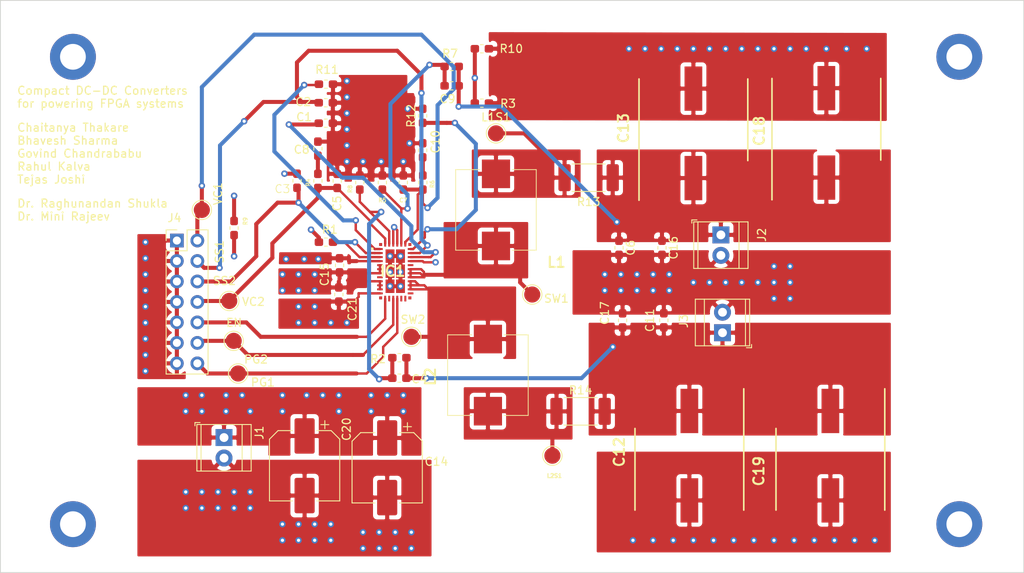
<source format=kicad_pcb>
(kicad_pcb (version 20171130) (host pcbnew "(5.1.6)-1")
  (layers (0 F.Cu signal) (1 In1.Cu mixed) (2 In2.Cu power hide) (31 B.Cu signal) (35 F.Paste user) (37 F.SilkS user) (39 F.Mask user) (44 Edge.Cuts user))
  (net 0 "")
  (net 1 "Net-(IC1-Pad8)")
  (net 2 "Net-(IC1-Pad14)")
  (net 3 "Net-(IC1-Pad15)")
  (net 4 "Net-(IC1-Pad16)")
  (net 5 "Net-(IC1-Pad17)")
  (net 6 "Net-(IC1-Pad18)")
  (net 7 "Net-(IC1-Pad19)")
  (net 8 "Net-(IC1-Pad26)")
  (net 9 GND)
  (net 10 "Net-(IC1-PadMP1)")
  (net 11 "Net-(IC1-PadMP2)")
  (net 12 "Net-(IC1-PadMP3)")
  (net 13 "Net-(IC1-PadMP4)")
  (net 14 /VCC)
  (net 15 /SS1)
  (net 16 /SS2)
  (net 17 /FB2)
  (net 18 /VO2)
  (net 19 /VC2)
  (net 20 /VO1)
  (net 21 /VC1)
  (net 22 "Net-(C8-Pad1)")
  (net 23 /FB1)
  (net 24 "Net-(C10-Pad1)")
  (net 25 /RT)
  (net 26 /Vin1)
  (net 27 /SW2)
  (net 28 /SW1)
  (net 29 GND2)
  (net 30 "Net-(IC1-Pad13)")
  (net 31 "Net-(IC1-Pad1)")
  (net 32 "Net-(IC1-Pad30)")
  (net 33 "Net-(L1-Pad2)")
  (net 34 "Net-(L2-Pad2)")
  (module MountingHole:MountingHole_3.2mm_M3_ISO7380_Pad (layer F.Cu) (at 220 141)
    (fp_text reference REF** hide)
    (fp_text value MountingHole_3.2mm_M3_ISO7380_Pad)
    (pad 1 thru_hole circle (at 0 0) (size 5.7 5.7) (drill 3.2) (layers *.Cu *.Mask))
  )
  (module MountingHole:MountingHole_3.2mm_M3_ISO7380_Pad (layer F.Cu) (at 110 141)
    (fp_text reference REF** hide)
    (fp_text value MountingHole_3.2mm_M3_ISO7380_Pad)
    (pad 1 thru_hole circle (at 0 0) (size 5.7 5.7) (drill 3.2) (layers *.Cu *.Mask))
  )
  (module MountingHole:MountingHole_3.2mm_M3_ISO7380_Pad (layer F.Cu) (at 110 83)
    (fp_text reference REF** hide)
    (fp_text value MountingHole_3.2mm_M3_ISO7380_Pad)
    (pad 1 thru_hole circle (at 0 0) (size 5.7 5.7) (drill 3.2) (layers *.Cu *.Mask))
  )
  (module MountingHole:MountingHole_3.2mm_M3_ISO7380_Pad (layer F.Cu) (at 220 83)
    (fp_text reference REF** hide)
    (fp_text value MountingHole_3.2mm_M3_ISO7380_Pad)
    (pad 1 thru_hole circle (at 0 0) (size 5.7 5.7) (drill 3.2) (layers *.Cu *.Mask))
  )
  (module TestPoint:TestPoint_Pad_D2.0mm (layer F.Cu) (at 162.5 92.5)
    (fp_text reference L1S1 (at 0 -1.998) (layer F.SilkS))
    (fp_text value TestPoint)
    (pad 1 smd circle (at 0 0) (size 2 2) (layers F.Cu F.Mask) (net 33 "Net-(L1-Pad2)"))
  )
  (module Resistor_SMD:R_2512_6332Metric_Pad1.52x3.35mm_HandSolder (layer F.Cu) (at 173 127)
    (fp_text reference R14 (at 0 -2.62) (layer F.SilkS))
    (fp_text value 1k)
    (pad 2 smd roundrect (at 2.9875 0) (size 1.525 3.35) (layers F.Cu F.Paste F.Mask) (roundrect_rratio 0.163934) (net 18 /VO2))
    (pad 1 smd roundrect (at -2.9875 0) (size 1.525 3.35) (layers F.Cu F.Paste F.Mask) (roundrect_rratio 0.163934) (net 34 "Net-(L2-Pad2)"))
  )
  (module Resistor_SMD:R_2512_6332Metric_Pad1.52x3.35mm_HandSolder (layer F.Cu) (at 174 98)
    (fp_text reference R13 (at 0 3) (layer F.SilkS))
    (fp_text value 1k)
    (pad 2 smd roundrect (at 2.9875 0) (size 1.525 3.35) (layers F.Cu F.Paste F.Mask) (roundrect_rratio 0.163934) (net 20 /VO1))
    (pad 1 smd roundrect (at -2.9875 0) (size 1.525 3.35) (layers F.Cu F.Paste F.Mask) (roundrect_rratio 0.163934) (net 33 "Net-(L1-Pad2)"))
  )
  (module TestPoint:TestPoint_Pad_D2.0mm (layer F.Cu) (at 169.5 132.5)
    (fp_text reference L2S1 (at 0.25 2.5) (layer F.SilkS) (effects (font (size 0.5 0.5) (thickness 0.125))))
    (fp_text value TestPoint)
    (pad 1 smd circle (at 0 0) (size 2 2) (layers F.Cu F.Mask) (net 34 "Net-(L2-Pad2)"))
  )
  (module SamacSys_Parts:LT8652SIVPBF (layer F.Cu) (at 150.000001 109.605)
    (fp_text reference IC1 (at -0.325 0) (layer F.SilkS) (effects (font (size 1.27 1.27) (thickness 0.254))))
    (fp_text value LT8652SIV#PBF hide)
    (pad 1 smd rect (at -1.9 -2.75 90) (size 0.25 0.7) (layers F.Cu F.Paste F.Mask) (net 31 "Net-(IC1-Pad1)"))
    (pad 2 smd rect (at -1.9 -2.25 90) (size 0.25 0.7) (layers F.Cu F.Paste F.Mask) (net 16 /SS2))
    (pad 3 smd rect (at -1.9 -1.75 90) (size 0.25 0.7) (layers F.Cu F.Paste F.Mask) (net 25 /RT))
    (pad 4 smd rect (at -1.9 -1.25 90) (size 0.25 0.7) (layers F.Cu F.Paste F.Mask) (net 9 GND))
    (pad 5 smd rect (at -1.9 -0.75 90) (size 0.25 0.7) (layers F.Cu F.Paste F.Mask) (net 26 /Vin1))
    (pad 6 smd rect (at -1.9 -0.25 90) (size 0.25 0.7) (layers F.Cu F.Paste F.Mask) (net 26 /Vin1))
    (pad 7 smd rect (at -1.9 0.25 90) (size 0.25 0.7) (layers F.Cu F.Paste F.Mask) (net 26 /Vin1))
    (pad 8 smd rect (at -1.9 0.75 90) (size 0.25 0.7) (layers F.Cu F.Paste F.Mask) (net 1 "Net-(IC1-Pad8)"))
    (pad 9 smd rect (at -1.9 1.25 90) (size 0.25 0.7) (layers F.Cu F.Paste F.Mask) (net 26 /Vin1))
    (pad 10 smd rect (at -1.9 1.75 90) (size 0.25 0.7) (layers F.Cu F.Paste F.Mask) (net 26 /Vin1))
    (pad 11 smd rect (at -1.9 2.25 90) (size 0.25 0.7) (layers F.Cu F.Paste F.Mask) (net 26 /Vin1))
    (pad 12 smd rect (at -1.9 2.75 90) (size 0.25 0.7) (layers F.Cu F.Paste F.Mask) (net 9 GND))
    (pad 13 smd rect (at -1.25 3.4) (size 0.25 0.7) (layers F.Cu F.Paste F.Mask) (net 30 "Net-(IC1-Pad13)"))
    (pad 14 smd rect (at -0.75 3.4) (size 0.25 0.7) (layers F.Cu F.Paste F.Mask) (net 2 "Net-(IC1-Pad14)"))
    (pad 15 smd rect (at -0.25 3.4) (size 0.25 0.7) (layers F.Cu F.Paste F.Mask) (net 3 "Net-(IC1-Pad15)"))
    (pad 16 smd rect (at 0.25 3.4) (size 0.25 0.7) (layers F.Cu F.Paste F.Mask) (net 4 "Net-(IC1-Pad16)"))
    (pad 17 smd rect (at 0.75 3.4) (size 0.25 0.7) (layers F.Cu F.Paste F.Mask) (net 5 "Net-(IC1-Pad17)"))
    (pad 18 smd rect (at 1.25 3.4) (size 0.25 0.7) (layers F.Cu F.Paste F.Mask) (net 6 "Net-(IC1-Pad18)"))
    (pad 19 smd rect (at 1.9 2.75 90) (size 0.25 0.7) (layers F.Cu F.Paste F.Mask) (net 7 "Net-(IC1-Pad19)"))
    (pad 20 smd rect (at 1.9 2.25 90) (size 0.25 0.7) (layers F.Cu F.Paste F.Mask) (net 27 /SW2))
    (pad 21 smd rect (at 1.9 1.75 90) (size 0.25 0.7) (layers F.Cu F.Paste F.Mask) (net 27 /SW2))
    (pad 22 smd rect (at 1.9 1.25 90) (size 0.25 0.7) (layers F.Cu F.Paste F.Mask) (net 27 /SW2))
    (pad 23 smd rect (at 1.9 0.75 90) (size 0.25 0.7) (layers F.Cu F.Paste F.Mask) (net 28 /SW1))
    (pad 24 smd rect (at 1.9 0.25 90) (size 0.25 0.7) (layers F.Cu F.Paste F.Mask) (net 28 /SW1))
    (pad 25 smd rect (at 1.9 -0.25 90) (size 0.25 0.7) (layers F.Cu F.Paste F.Mask) (net 28 /SW1))
    (pad 26 smd rect (at 1.9 -0.75 90) (size 0.25 0.7) (layers F.Cu F.Paste F.Mask) (net 8 "Net-(IC1-Pad26)"))
    (pad 27 smd rect (at 1.9 -1.25 90) (size 0.25 0.7) (layers F.Cu F.Paste F.Mask) (net 29 GND2))
    (pad 28 smd rect (at 1.9 -1.75 90) (size 0.25 0.7) (layers F.Cu F.Paste F.Mask) (net 14 /VCC))
    (pad 29 smd rect (at 1.9 -2.25 90) (size 0.25 0.7) (layers F.Cu F.Paste F.Mask) (net 15 /SS1))
    (pad 30 smd rect (at 1.9 -2.75 90) (size 0.25 0.7) (layers F.Cu F.Paste F.Mask) (net 32 "Net-(IC1-Pad30)"))
    (pad 31 smd rect (at 1.25 -3.4) (size 0.25 0.7) (layers F.Cu F.Paste F.Mask) (net 21 /VC1))
    (pad 32 smd rect (at 0.75 -3.4) (size 0.25 0.7) (layers F.Cu F.Paste F.Mask) (net 23 /FB1))
    (pad 33 smd rect (at 0.25 -3.4) (size 0.25 0.7) (layers F.Cu F.Paste F.Mask) (net 29 GND2))
    (pad 34 smd rect (at -0.25 -3.4) (size 0.25 0.7) (layers F.Cu F.Paste F.Mask) (net 29 GND2))
    (pad 35 smd rect (at -0.75 -3.4) (size 0.25 0.7) (layers F.Cu F.Paste F.Mask) (net 17 /FB2))
    (pad 36 smd rect (at -1.25 -3.4) (size 0.25 0.7) (layers F.Cu F.Paste F.Mask) (net 19 /VC2))
    (pad 37 smd rect (at -0.65 -1.87) (size 1.1 1.67) (layers F.Cu F.Paste F.Mask) (net 9 GND))
    (pad 38 smd rect (at 0.65 -1.87) (size 1.1 1.67) (layers F.Cu F.Paste F.Mask) (net 9 GND))
    (pad 39 smd rect (at -0.65 0) (size 1.1 1.67) (layers F.Cu F.Paste F.Mask) (net 9 GND))
    (pad 40 smd rect (at 0.65 0) (size 1.1 1.67) (layers F.Cu F.Paste F.Mask) (net 9 GND))
    (pad 41 smd rect (at -0.65 1.87) (size 1.1 1.67) (layers F.Cu F.Paste F.Mask) (net 9 GND))
    (pad 42 smd rect (at 0.65 1.87) (size 1.1 1.67) (layers F.Cu F.Paste F.Mask) (net 9 GND))
    (pad MP1 smd rect (at -1.813 -3.313 90) (size 0.375 0.375) (layers F.Cu F.Paste F.Mask) (net 10 "Net-(IC1-PadMP1)"))
    (pad MP2 smd rect (at -1.813 3.313 90) (size 0.375 0.375) (layers F.Cu F.Paste F.Mask) (net 11 "Net-(IC1-PadMP2)"))
    (pad MP3 smd rect (at 1.813 3.313 90) (size 0.375 0.375) (layers F.Cu F.Paste F.Mask) (net 12 "Net-(IC1-PadMP3)"))
    (pad MP4 smd rect (at 1.813 -3.313 90) (size 0.375 0.375) (layers F.Cu F.Paste F.Mask) (net 13 "Net-(IC1-PadMP4)"))
  )
  (module Resistor_SMD:R_0603_1608Metric_Pad1.05x0.95mm_HandSolder (layer F.Cu) (at 145.6 98.6 90)
    (fp_text reference R8 (at -0.8 -1.2 270) (layer F.SilkS) (effects (font (size 0.5 0.5) (thickness 0.1))))
    (fp_text value 2.55k)
    (pad 2 smd roundrect (at 0.875 0 90) (size 1.05 0.95) (layers F.Cu F.Paste F.Mask) (net 29 GND2))
    (pad 1 smd roundrect (at -0.875 0 90) (size 1.05 0.95) (layers F.Cu F.Paste F.Mask) (net 17 /FB2))
  )
  (module Capacitor_SMD:C_0603_1608Metric_Pad1.05x0.95mm_HandSolder (layer F.Cu) (at 143 112.5 270)
    (fp_text reference C21 (at 1.84 -1.68 90) (layer F.SilkS))
    (fp_text value 10uF)
    (pad 2 smd roundrect (at 0.875 0 270) (size 1.05 0.95) (layers F.Cu F.Paste F.Mask) (net 9 GND))
    (pad 1 smd roundrect (at -0.875 0 270) (size 1.05 0.95) (layers F.Cu F.Paste F.Mask) (net 26 /Vin1))
  )
  (module Capacitor_SMD:CP_Elec_8x10.5 (layer F.Cu) (at 138.75 133.75 270)
    (fp_text reference C20 (at -4.54 -5.21 90) (layer F.SilkS))
    (fp_text value 100uF)
    (pad 2 smd roundrect (at 3.7 0 270) (size 4.4 2.5) (layers F.Cu F.Paste F.Mask) (roundrect_rratio 0.1) (net 9 GND))
    (pad 1 smd roundrect (at -3.7 0 270) (size 4.4 2.5) (layers F.Cu F.Paste F.Mask) (roundrect_rratio 0.1) (net 26 /Vin1))
  )
  (module SamacSys_Parts:CAPAE1350X1400N (layer F.Cu) (at 204 132.5 270)
    (fp_text reference C19 (at 1.92 8.88 270) (layer F.SilkS) (effects (font (size 1.27 1.27) (thickness 0.254))))
    (fp_text value 2200uF hide)
    (pad 2 smd rect (at 5.55 0) (size 2.2 5.5) (layers F.Cu F.Paste F.Mask) (net 9 GND))
    (pad 1 smd rect (at -5.55 0) (size 2.2 5.5) (layers F.Cu F.Paste F.Mask) (net 18 /VO2))
  )
  (module SamacSys_Parts:CAPAE1350X1400N (layer F.Cu) (at 203.5 92.44 90)
    (fp_text reference C18 (at 0.24 -8.33 90) (layer F.SilkS) (effects (font (size 1.27 1.27) (thickness 0.254))))
    (fp_text value 2200uF hide)
    (pad 2 smd rect (at 5.55 0 180) (size 2.2 5.5) (layers F.Cu F.Paste F.Mask) (net 9 GND))
    (pad 1 smd rect (at -5.55 0 180) (size 2.2 5.5) (layers F.Cu F.Paste F.Mask) (net 20 /VO1))
  )
  (module Capacitor_SMD:C_0603_1608Metric_Pad1.05x0.95mm_HandSolder (layer F.Cu) (at 178.21 115.71 90)
    (fp_text reference C17 (at 0.91 -2.21 90) (layer F.SilkS))
    (fp_text value 100uF)
    (pad 2 smd roundrect (at 0.875 0 90) (size 1.05 0.95) (layers F.Cu F.Paste F.Mask) (net 9 GND))
    (pad 1 smd roundrect (at -0.875 0 90) (size 1.05 0.95) (layers F.Cu F.Paste F.Mask) (net 18 /VO2))
  )
  (module Capacitor_SMD:C_0603_1608Metric_Pad1.05x0.95mm_HandSolder (layer F.Cu) (at 183.1 106.7 270)
    (fp_text reference C16 (at 0 -1.43 90) (layer F.SilkS))
    (fp_text value 100uF)
    (pad 2 smd roundrect (at 0.875 0 270) (size 1.05 0.95) (layers F.Cu F.Paste F.Mask) (net 9 GND))
    (pad 1 smd roundrect (at -0.875 0 270) (size 1.05 0.95) (layers F.Cu F.Paste F.Mask) (net 20 /VO1))
  )
  (module Capacitor_SMD:CP_Elec_8x10.5 (layer F.Cu) (at 149 134 270)
    (fp_text reference C14 (at -0.76 -6.11 180) (layer F.SilkS))
    (fp_text value 100uF)
    (pad 2 smd roundrect (at 3.7 0 270) (size 4.4 2.5) (layers F.Cu F.Paste F.Mask) (roundrect_rratio 0.1) (net 9 GND))
    (pad 1 smd roundrect (at -3.7 0 270) (size 4.4 2.5) (layers F.Cu F.Paste F.Mask) (roundrect_rratio 0.1) (net 26 /Vin1))
  )
  (module Capacitor_SMD:C_0603_1608Metric_Pad1.05x0.95mm_HandSolder (layer F.Cu) (at 177.77 106.7 270)
    (fp_text reference C6 (at 0 -1.43 90) (layer F.SilkS))
    (fp_text value 1uF)
    (pad 2 smd roundrect (at 0.875 0 270) (size 1.05 0.95) (layers F.Cu F.Paste F.Mask) (net 9 GND))
    (pad 1 smd roundrect (at -0.875 0 270) (size 1.05 0.95) (layers F.Cu F.Paste F.Mask) (net 20 /VO1))
  )
  (module Resistor_SMD:R_0603_1608Metric_Pad1.05x0.95mm_HandSolder (layer F.Cu) (at 153.4 90.325 90)
    (fp_text reference R12 (at 0 -1.43 90) (layer F.SilkS))
    (fp_text value 0)
    (pad 2 smd roundrect (at 0.875 0 90) (size 1.05 0.95) (layers F.Cu F.Paste F.Mask) (net 29 GND2))
    (pad 1 smd roundrect (at -0.875 0 90) (size 1.05 0.95) (layers F.Cu F.Paste F.Mask) (net 32 "Net-(IC1-Pad30)"))
  )
  (module Resistor_SMD:R_0603_1608Metric_Pad1.05x0.95mm_HandSolder (layer F.Cu) (at 141.4 86.4 180)
    (fp_text reference R11 (at -0.13 1.8) (layer F.SilkS))
    (fp_text value 0)
    (pad 2 smd roundrect (at 0.875 0 180) (size 1.05 0.95) (layers F.Cu F.Paste F.Mask) (net 31 "Net-(IC1-Pad1)"))
    (pad 1 smd roundrect (at -0.875 0 180) (size 1.05 0.95) (layers F.Cu F.Paste F.Mask) (net 29 GND2))
  )
  (module Capacitor_SMD:C_0603_1608Metric_Pad1.05x0.95mm_HandSolder (layer F.Cu) (at 183.33 115.7 90)
    (fp_text reference C11 (at 0 -1.73 90) (layer F.SilkS))
    (fp_text value 1uF)
    (pad 2 smd roundrect (at 0.875 0 90) (size 1.05 0.95) (layers F.Cu F.Paste F.Mask) (net 9 GND))
    (pad 1 smd roundrect (at -0.875 0 90) (size 1.05 0.95) (layers F.Cu F.Paste F.Mask) (net 18 /VO2))
  )
  (module TestPoint:TestPoint_Pad_D2.0mm (layer F.Cu) (at 129.95 118.25)
    (fp_text reference PG2 (at 2.77 2.3 180) (layer F.SilkS))
    (fp_text value TestPoint)
    (pad 1 smd circle (at 0 0) (size 2 2) (layers F.Cu F.Mask) (net 3 "Net-(IC1-Pad15)"))
  )
  (module TestPoint:TestPoint_Pad_D2.0mm (layer F.Cu) (at 130.5 122.3)
    (fp_text reference PG1 (at 3.07 1.1) (layer F.SilkS))
    (fp_text value TestPoint)
    (pad 1 smd circle (at 0 0) (size 2 2) (layers F.Cu F.Mask) (net 4 "Net-(IC1-Pad16)"))
  )
  (module TestPoint:TestPoint_Pad_D2.0mm (layer F.Cu) (at 126 102 180)
    (fp_text reference VC1 (at -2 2 270) (layer F.SilkS))
    (fp_text value TestPoint)
    (pad 1 smd circle (at 0 0 180) (size 2 2) (layers F.Cu F.Mask) (net 21 /VC1))
  )
  (module TestPoint:TestPoint_Pad_D2.0mm (layer F.Cu) (at 129.4 113.3 180)
    (fp_text reference VC2 (at -3 -0.1) (layer F.SilkS))
    (fp_text value TestPoint)
    (pad 1 smd circle (at 0 0 180) (size 2 2) (layers F.Cu F.Mask) (net 19 /VC2))
  )
  (module Connector_PinHeader_2.54mm:PinHeader_2x07_P2.54mm_Vertical (layer F.Cu) (at 122.9 105.8)
    (fp_text reference J4 (at -0.3 -2.8) (layer F.SilkS))
    (fp_text value Conn_02x07_Top_Bottom)
    (pad 14 thru_hole oval (at 2.54 15.24) (size 1.7 1.7) (drill 1) (layers *.Cu *.Mask) (net 4 "Net-(IC1-Pad16)"))
    (pad 13 thru_hole oval (at 0 15.24) (size 1.7 1.7) (drill 1) (layers *.Cu *.Mask) (net 29 GND2))
    (pad 12 thru_hole oval (at 2.54 12.7) (size 1.7 1.7) (drill 1) (layers *.Cu *.Mask) (net 3 "Net-(IC1-Pad15)"))
    (pad 11 thru_hole oval (at 0 12.7) (size 1.7 1.7) (drill 1) (layers *.Cu *.Mask) (net 29 GND2))
    (pad 10 thru_hole oval (at 2.54 10.16) (size 1.7 1.7) (drill 1) (layers *.Cu *.Mask) (net 30 "Net-(IC1-Pad13)"))
    (pad 9 thru_hole oval (at 0 10.16) (size 1.7 1.7) (drill 1) (layers *.Cu *.Mask) (net 29 GND2))
    (pad 8 thru_hole oval (at 2.54 7.62) (size 1.7 1.7) (drill 1) (layers *.Cu *.Mask) (net 19 /VC2))
    (pad 7 thru_hole oval (at 0 7.62) (size 1.7 1.7) (drill 1) (layers *.Cu *.Mask) (net 29 GND2))
    (pad 6 thru_hole oval (at 2.54 5.08) (size 1.7 1.7) (drill 1) (layers *.Cu *.Mask) (net 16 /SS2))
    (pad 5 thru_hole oval (at 0 5.08) (size 1.7 1.7) (drill 1) (layers *.Cu *.Mask) (net 29 GND2))
    (pad 4 thru_hole oval (at 2.54 2.54) (size 1.7 1.7) (drill 1) (layers *.Cu *.Mask) (net 15 /SS1))
    (pad 3 thru_hole oval (at 0 2.54) (size 1.7 1.7) (drill 1) (layers *.Cu *.Mask) (net 29 GND2))
    (pad 2 thru_hole oval (at 2.54 0) (size 1.7 1.7) (drill 1) (layers *.Cu *.Mask) (net 21 /VC1))
    (pad 1 thru_hole rect (at 0 0) (size 1.7 1.7) (drill 1) (layers *.Cu *.Mask) (net 29 GND2))
  )
  (module TerminalBlock_TE-Connectivity:TerminalBlock_TE_282834-2_1x02_P2.54mm_Horizontal (layer F.Cu) (at 190.61 117.24 90)
    (fp_text reference J3 (at 1.44 -4.81 90) (layer F.SilkS))
    (fp_text value CTB1202_2BK)
    (pad 2 thru_hole circle (at 2.54 0 90) (size 2.1 2.1) (drill 1.1) (layers *.Cu *.Mask) (net 9 GND))
    (pad 1 thru_hole rect (at 0 0 90) (size 2.1 2.1) (drill 1.1) (layers *.Cu *.Mask) (net 18 /VO2))
  )
  (module TerminalBlock_TE-Connectivity:TerminalBlock_TE_282834-2_1x02_P2.54mm_Horizontal (layer F.Cu) (at 190.41 105.1 270)
    (fp_text reference J2 (at 0 -5.08 90) (layer F.SilkS))
    (fp_text value CTB1202_2BK)
    (pad 2 thru_hole circle (at 2.54 0 270) (size 2.1 2.1) (drill 1.1) (layers *.Cu *.Mask) (net 9 GND))
    (pad 1 thru_hole rect (at 0 0 270) (size 2.1 2.1) (drill 1.1) (layers *.Cu *.Mask) (net 20 /VO1))
  )
  (module TerminalBlock_TE-Connectivity:TerminalBlock_TE_282834-2_1x02_P2.54mm_Horizontal (layer F.Cu) (at 128.75 130.25 270)
    (fp_text reference J1 (at -0.6 -4.38 90) (layer F.SilkS))
    (fp_text value CTB1202_2BK)
    (pad 2 thru_hole circle (at 2.54 0 270) (size 2.1 2.1) (drill 1.1) (layers *.Cu *.Mask) (net 9 GND))
    (pad 1 thru_hole rect (at 0 0 270) (size 2.1 2.1) (drill 1.1) (layers *.Cu *.Mask) (net 26 /Vin1))
  )
  (module Resistor_SMD:R_0603_1608Metric_Pad1.05x0.95mm_HandSolder (layer F.Cu) (at 130 104.25 90)
    (fp_text reference R9 (at 0.85 1.4 270) (layer F.SilkS) (effects (font (size 0.5 0.5) (thickness 0.1))))
    (fp_text value 0)
    (pad 2 smd roundrect (at 0.875 0 90) (size 1.05 0.95) (layers F.Cu F.Paste F.Mask) (net 29 GND2))
    (pad 1 smd roundrect (at -0.875 0 90) (size 1.05 0.95) (layers F.Cu F.Paste F.Mask) (net 9 GND))
  )
  (module Resistor_SMD:R_0603_1608Metric_Pad1.05x0.95mm_HandSolder (layer F.Cu) (at 160.75 88.75 180)
    (fp_text reference R3 (at -3.25 -0.05) (layer F.SilkS))
    (fp_text value 0)
    (pad 2 smd roundrect (at 0.875 0 180) (size 1.05 0.95) (layers F.Cu F.Paste F.Mask) (net 29 GND2))
    (pad 1 smd roundrect (at -0.875 0 180) (size 1.05 0.95) (layers F.Cu F.Paste F.Mask) (net 9 GND))
  )
  (module TestPoint:TestPoint_Pad_D2.0mm (layer F.Cu) (at 167 112.5)
    (fp_text reference SW1 (at 3 0.5 180) (layer F.SilkS))
    (fp_text value TestPoint)
    (pad 1 smd circle (at 0 0) (size 2 2) (layers F.Cu F.Mask) (net 28 /SW1))
  )
  (module TestPoint:TestPoint_Pad_D2.0mm (layer F.Cu) (at 152 117.75)
    (fp_text reference SW2 (at 0.2 -2.15 180) (layer F.SilkS))
    (fp_text value TestPoint)
    (pad 1 smd circle (at 0 0) (size 2 2) (layers F.Cu F.Mask) (net 27 /SW2))
  )
  (module Capacitor_SMD:C_0603_1608Metric_Pad1.05x0.95mm_HandSolder (layer F.Cu) (at 143.09 108.875 90)
    (fp_text reference C15 (at -1.125 -1.86 270) (layer F.SilkS))
    (fp_text value 10uF)
    (pad 2 smd roundrect (at 0.875 0 90) (size 1.05 0.95) (layers F.Cu F.Paste F.Mask) (net 9 GND))
    (pad 1 smd roundrect (at -0.875 0 90) (size 1.05 0.95) (layers F.Cu F.Paste F.Mask) (net 26 /Vin1))
  )
  (module Capacitor_SMD:C_0603_1608Metric_Pad1.05x0.95mm_HandSolder (layer F.Cu) (at 153.4 94.6 90)
    (fp_text reference C10 (at 1.06 1.58 90) (layer F.SilkS))
    (fp_text value 37.45pF)
    (pad 1 smd roundrect (at -0.875 0 90) (size 1.05 0.95) (layers F.Cu F.Paste F.Mask) (net 24 "Net-(C10-Pad1)"))
    (pad 2 smd roundrect (at 0.875 0 90) (size 1.05 0.95) (layers F.Cu F.Paste F.Mask) (net 29 GND2))
  )
  (module Capacitor_SMD:C_0603_1608Metric_Pad1.05x0.95mm_HandSolder (layer F.Cu) (at 141.38 91.24)
    (fp_text reference C1 (at -2.69 -0.76) (layer F.SilkS))
    (fp_text value 1uF)
    (pad 2 smd roundrect (at 0.875 0) (size 1.05 0.95) (layers F.Cu F.Paste F.Mask) (net 29 GND2))
    (pad 1 smd roundrect (at -0.875 0) (size 1.05 0.95) (layers F.Cu F.Paste F.Mask) (net 14 /VCC))
  )
  (module Capacitor_SMD:C_0603_1608Metric_Pad1.05x0.95mm_HandSolder (layer F.Cu) (at 142.8 98.4 90)
    (fp_text reference C5 (at -2.8 -0.01 270) (layer F.SilkS))
    (fp_text value 0.906pF)
    (pad 1 smd roundrect (at -0.875 0 90) (size 1.05 0.95) (layers F.Cu F.Paste F.Mask) (net 19 /VC2))
    (pad 2 smd roundrect (at 0.875 0 90) (size 1.05 0.95) (layers F.Cu F.Paste F.Mask) (net 29 GND2))
  )
  (module Resistor_SMD:R_0603_1608Metric_Pad1.05x0.95mm_HandSolder (layer F.Cu) (at 153.42 98.6 90)
    (fp_text reference R6 (at -0.2 1.18 90) (layer F.SilkS) (effects (font (size 0.5 0.5) (thickness 0.1))))
    (fp_text value 485k)
    (pad 1 smd roundrect (at -0.875 0 90) (size 1.05 0.95) (layers F.Cu F.Paste F.Mask) (net 21 /VC1))
    (pad 2 smd roundrect (at 0.875 0 90) (size 1.05 0.95) (layers F.Cu F.Paste F.Mask) (net 24 "Net-(C10-Pad1)"))
  )
  (module Capacitor_SMD:C_0603_1608Metric_Pad1.05x0.95mm_HandSolder (layer F.Cu) (at 141.38 88.7)
    (fp_text reference C2 (at -2.78 -0.1) (layer F.SilkS))
    (fp_text value 10nF)
    (pad 1 smd roundrect (at -0.875 0) (size 1.05 0.95) (layers F.Cu F.Paste F.Mask) (net 15 /SS1))
    (pad 2 smd roundrect (at 0.875 0) (size 1.05 0.95) (layers F.Cu F.Paste F.Mask) (net 29 GND2))
  )
  (module Capacitor_SMD:C_0603_1608Metric_Pad1.05x0.95mm_HandSolder (layer F.Cu) (at 151 98.6 90)
    (fp_text reference C7 (at -2.2 0 180) (layer F.SilkS) (effects (font (size 0.5 0.5) (thickness 0.1))))
    (fp_text value 0.218pF)
    (pad 2 smd roundrect (at 0.875 0 90) (size 1.05 0.95) (layers F.Cu F.Paste F.Mask) (net 29 GND2))
    (pad 1 smd roundrect (at -0.875 0 90) (size 1.05 0.95) (layers F.Cu F.Paste F.Mask) (net 21 /VC1))
  )
  (module Capacitor_SMD:C_0603_1608Metric_Pad1.05x0.95mm_HandSolder (layer F.Cu) (at 140.4 94.4 90)
    (fp_text reference C8 (at -0.11 -2.01 180) (layer F.SilkS))
    (fp_text value 206.2pF)
    (pad 1 smd roundrect (at -0.875 0 90) (size 1.05 0.95) (layers F.Cu F.Paste F.Mask) (net 22 "Net-(C8-Pad1)"))
    (pad 2 smd roundrect (at 0.875 0 90) (size 1.05 0.95) (layers F.Cu F.Paste F.Mask) (net 29 GND2))
  )
  (module Capacitor_SMD:C_0603_1608Metric_Pad1.05x0.95mm_HandSolder (layer F.Cu) (at 157 86.6 180)
    (fp_text reference C9 (at 0.52 -1.63) (layer F.SilkS))
    (fp_text value 10pF)
    (pad 2 smd roundrect (at 0.875 0 180) (size 1.05 0.95) (layers F.Cu F.Paste F.Mask) (net 23 /FB1))
    (pad 1 smd roundrect (at -0.875 0 180) (size 1.05 0.95) (layers F.Cu F.Paste F.Mask) (net 20 /VO1))
  )
  (module SamacSys_Parts:CAPAE1350X1400N (layer F.Cu) (at 186.5 132.5 270)
    (fp_text reference C12 (at -0.45 8.7 270) (layer F.SilkS) (effects (font (size 1.27 1.27) (thickness 0.254))))
    (fp_text value 2200uF hide)
    (pad 1 smd rect (at -5.55 0) (size 2.2 5.5) (layers F.Cu F.Paste F.Mask) (net 18 /VO2))
    (pad 2 smd rect (at 5.55 0) (size 2.2 5.5) (layers F.Cu F.Paste F.Mask) (net 9 GND))
  )
  (module SamacSys_Parts:CAPAE1350X1400N (layer F.Cu) (at 187 92.5 90)
    (fp_text reference C13 (at 0.64 -8.68 90) (layer F.SilkS) (effects (font (size 1.27 1.27) (thickness 0.254))))
    (fp_text value 2200uF hide)
    (pad 2 smd rect (at 5.55 0 180) (size 2.2 5.5) (layers F.Cu F.Paste F.Mask) (net 9 GND))
    (pad 1 smd rect (at -5.55 0 180) (size 2.2 5.5) (layers F.Cu F.Paste F.Mask) (net 20 /VO1))
  )
  (module Resistor_SMD:R_0603_1608Metric_Pad1.05x0.95mm_HandSolder (layer F.Cu) (at 140.4 98.4 90)
    (fp_text reference R4 (at -0.2 -1.2 90) (layer F.SilkS) (effects (font (size 0.5 0.5) (thickness 0.1))))
    (fp_text value 117.48k)
    (pad 1 smd roundrect (at -0.875 0 90) (size 1.05 0.95) (layers F.Cu F.Paste F.Mask) (net 19 /VC2))
    (pad 2 smd roundrect (at 0.875 0 90) (size 1.05 0.95) (layers F.Cu F.Paste F.Mask) (net 22 "Net-(C8-Pad1)"))
  )
  (module Resistor_SMD:R_0603_1608Metric_Pad1.05x0.95mm_HandSolder (layer F.Cu) (at 157 84.2 180)
    (fp_text reference R7 (at 0.2 1.6) (layer F.SilkS))
    (fp_text value 11.45k)
    (pad 1 smd roundrect (at -0.875 0 180) (size 1.05 0.95) (layers F.Cu F.Paste F.Mask) (net 20 /VO1))
    (pad 2 smd roundrect (at 0.875 0 180) (size 1.05 0.95) (layers F.Cu F.Paste F.Mask) (net 23 /FB1))
  )
  (module Capacitor_SMD:C_0603_1608Metric_Pad1.05x0.95mm_HandSolder (layer F.Cu) (at 137.81 98.38 90)
    (fp_text reference C3 (at -1.02 -1.81 180) (layer F.SilkS) (effects (font (thickness 0.1))))
    (fp_text value 10nF)
    (pad 2 smd roundrect (at 0.875 0 90) (size 1.05 0.95) (layers F.Cu F.Paste F.Mask) (net 29 GND2))
    (pad 1 smd roundrect (at -0.875 0 90) (size 1.05 0.95) (layers F.Cu F.Paste F.Mask) (net 16 /SS2))
  )
  (module Capacitor_SMD:C_0603_1608Metric_Pad1.05x0.95mm_HandSolder (layer F.Cu) (at 150.51 122.88)
    (fp_text reference C4 (at 2.49 0.12) (layer F.SilkS))
    (fp_text value 10pF)
    (pad 1 smd roundrect (at -0.875 0) (size 1.05 0.95) (layers F.Cu F.Paste F.Mask) (net 17 /FB2))
    (pad 2 smd roundrect (at 0.875 0) (size 1.05 0.95) (layers F.Cu F.Paste F.Mask) (net 18 /VO2))
  )
  (module Resistor_SMD:R_0603_1608Metric_Pad1.05x0.95mm_HandSolder (layer F.Cu) (at 141.4 106 180)
    (fp_text reference R1 (at -0.48 1.56) (layer F.SilkS))
    (fp_text value 12.7k)
    (pad 1 smd roundrect (at -0.875 0 180) (size 1.05 0.95) (layers F.Cu F.Paste F.Mask) (net 25 /RT))
    (pad 2 smd roundrect (at 0.875 0 180) (size 1.05 0.95) (layers F.Cu F.Paste F.Mask) (net 29 GND2))
  )
  (module Resistor_SMD:R_0603_1608Metric_Pad1.05x0.95mm_HandSolder (layer F.Cu) (at 150.51 120.34 180)
    (fp_text reference R2 (at 2.65 -0.16) (layer F.SilkS))
    (fp_text value 5.1k)
    (pad 2 smd roundrect (at 0.875 0 180) (size 1.05 0.95) (layers F.Cu F.Paste F.Mask) (net 17 /FB2))
    (pad 1 smd roundrect (at -0.875 0 180) (size 1.05 0.95) (layers F.Cu F.Paste F.Mask) (net 18 /VO2))
  )
  (module Resistor_SMD:R_0603_1608Metric_Pad1.05x0.95mm_HandSolder (layer F.Cu) (at 148.4 98.6 90)
    (fp_text reference R5 (at -2.2 0 180) (layer F.SilkS) (effects (font (size 0.5 0.5) (thickness 0.1))))
    (fp_text value 2.55k)
    (pad 1 smd roundrect (at -0.875 0 90) (size 1.05 0.95) (layers F.Cu F.Paste F.Mask) (net 23 /FB1))
    (pad 2 smd roundrect (at 0.875 0 90) (size 1.05 0.95) (layers F.Cu F.Paste F.Mask) (net 29 GND2))
  )
  (module SamacSys_Parts:SRP1038C4R7M (layer F.Cu) (at 162.5 102 90)
    (fp_text reference L1 (at -6.5 7.5 180) (layer F.SilkS) (effects (font (size 1.27 1.27) (thickness 0.254))))
    (fp_text value 3.3uH hide)
    (pad 2 smd rect (at 4.475 0 180) (size 3.5 3.55) (layers F.Cu F.Paste F.Mask) (net 33 "Net-(L1-Pad2)"))
    (pad 1 smd rect (at -4.475 0 180) (size 3.5 3.55) (layers F.Cu F.Paste F.Mask) (net 28 /SW1))
  )
  (module SamacSys_Parts:SRP1038C4R7M (layer F.Cu) (at 161.5 122.5 270)
    (fp_text reference L2 (at 0.19 7.14 90) (layer F.SilkS) (effects (font (size 1.27 1.27) (thickness 0.254))))
    (fp_text value 3.3uH hide)
    (pad 1 smd rect (at -4.475 0) (size 3.5 3.55) (layers F.Cu F.Paste F.Mask) (net 27 /SW2))
    (pad 2 smd rect (at 4.475 0) (size 3.5 3.55) (layers F.Cu F.Paste F.Mask) (net 34 "Net-(L2-Pad2)"))
  )
  (module Resistor_SMD:R_0603_1608Metric_Pad1.05x0.95mm_HandSolder (layer F.Cu) (at 160.75 82 180)
    (fp_text reference R10 (at -3.65 0) (layer F.SilkS))
    (fp_text value 0)
    (pad 1 smd roundrect (at -0.875 0 180) (size 1.05 0.95) (layers F.Cu F.Paste F.Mask) (net 9 GND))
    (pad 2 smd roundrect (at 0.875 0 180) (size 1.05 0.95) (layers F.Cu F.Paste F.Mask) (net 29 GND2))
  )
  (gr_text "Dr. Raghunandan Shukla\nDr. Mini Rajeev" (at 103 102) (layer F.SilkS) (effects (font (size 1 1)) (justify left)))
  (gr_line (start 228 76) (end 228 147) (layer Edge.Cuts) (width 0.1))
  (gr_line (start 101 76) (end 228 76) (layer Edge.Cuts) (width 0.1))
  (gr_line (start 101 147) (end 101 76) (layer Edge.Cuts) (width 0.1))
  (gr_line (start 228 147) (end 101 147) (layer Edge.Cuts) (width 0.1))
  (gr_text SS1 (at 128.2 107.2 90) (layer F.SilkS) (effects (font (size 1 1))))
  (gr_text "SS2\n" (at 128.8 110.8) (layer F.SilkS) (effects (font (size 1 1))))
  (gr_text EN (at 130 116) (layer F.SilkS) (effects (font (size 1 1))))
  (gr_text "Compact DC-DC Converters\nfor powering FPGA systems\n" (at 103 88) (layer F.SilkS) (effects (font (size 1 1)) (justify left)))
  (gr_text "Chaitanya Thakare              \nBhavesh Sharma                 \nGovind Chandrababu\nRahul Kalva\nTejas Joshi" (at 103 95) (layer F.SilkS) (effects (font (size 1 1)) (justify left)))
  (segment (start 125.69 118.25) (end 125.44 118.5) (width 0.5) (layer F.Cu) (net 3))
  (segment (start 129.95 118.25) (end 125.69 118.25) (width 0.5) (layer F.Cu) (net 3))
  (segment (start 129.95 118.25) (end 131.7 120) (width 0.5) (layer F.Cu) (net 3))
  (segment (start 131.7 120) (end 144.75 120) (width 0.5) (layer F.Cu) (net 3))
  (segment (start 149.750001 113.005) (end 149.750001 116.249999) (width 0.3) (layer F.Cu) (net 3))
  (segment (start 149.750001 116.249999) (end 147.5 118.5) (width 0.3) (layer F.Cu) (net 3))
  (segment (start 147.5 118.5) (end 146 120) (width 0.3) (layer F.Cu) (net 3))
  (segment (start 144.75 120) (end 146 120) (width 0.5) (layer F.Cu) (net 3))
  (segment (start 126.7 122.3) (end 125.44 121.04) (width 0.5) (layer F.Cu) (net 4))
  (segment (start 130.5 122.3) (end 126.7 122.3) (width 0.5) (layer F.Cu) (net 4))
  (segment (start 133.2 122.3) (end 130.5 122.3) (width 0.5) (layer F.Cu) (net 4))
  (segment (start 145.2 122.3) (end 133.2 122.3) (width 0.5) (layer F.Cu) (net 4))
  (segment (start 150.250001 115.399999) (end 150.250001 113.005) (width 0.3) (layer F.Cu) (net 4))
  (segment (start 150.250001 117.249999) (end 150.250001 115.399999) (width 0.3) (layer F.Cu) (net 4))
  (segment (start 145.2 122.3) (end 146.45 122.3) (width 0.3) (layer F.Cu) (net 4))
  (segment (start 146.45 122.3) (end 148.5 120.25) (width 0.3) (layer F.Cu) (net 4))
  (segment (start 148.5 119) (end 150.250001 117.249999) (width 0.3) (layer F.Cu) (net 4))
  (segment (start 148.5 120.25) (end 148.5 119) (width 0.3) (layer F.Cu) (net 4))
  (via (at 136 141) (size 0.8) (drill 0.4) (layers F.Cu B.Cu) (net 9))
  (via (at 138 141) (size 0.8) (drill 0.4) (layers F.Cu B.Cu) (net 9))
  (via (at 140 141) (size 0.8) (drill 0.4) (layers F.Cu B.Cu) (net 9))
  (via (at 142 141) (size 0.8) (drill 0.4) (layers F.Cu B.Cu) (net 9))
  (via (at 142 143) (size 0.8) (drill 0.4) (layers F.Cu B.Cu) (net 9))
  (via (at 140 143) (size 0.8) (drill 0.4) (layers F.Cu B.Cu) (net 9))
  (via (at 138 143) (size 0.8) (drill 0.4) (layers F.Cu B.Cu) (net 9))
  (via (at 136 143) (size 0.8) (drill 0.4) (layers F.Cu B.Cu) (net 9))
  (via (at 146 142) (size 0.8) (drill 0.4) (layers F.Cu B.Cu) (net 9))
  (via (at 148 142) (size 0.8) (drill 0.4) (layers F.Cu B.Cu) (net 9))
  (via (at 150 142) (size 0.8) (drill 0.4) (layers F.Cu B.Cu) (net 9))
  (via (at 152 142) (size 0.8) (drill 0.4) (layers F.Cu B.Cu) (net 9))
  (via (at 146 144) (size 0.8) (drill 0.4) (layers F.Cu B.Cu) (net 9))
  (via (at 148 144) (size 0.8) (drill 0.4) (layers F.Cu B.Cu) (net 9))
  (via (at 150 144) (size 0.8) (drill 0.4) (layers F.Cu B.Cu) (net 9))
  (via (at 152 144) (size 0.8) (drill 0.4) (layers F.Cu B.Cu) (net 9))
  (via (at 179.5 143) (size 0.8) (drill 0.4) (layers F.Cu B.Cu) (net 9))
  (via (at 182 143) (size 0.8) (drill 0.4) (layers F.Cu B.Cu) (net 9))
  (via (at 184.5 143) (size 0.8) (drill 0.4) (layers F.Cu B.Cu) (net 9))
  (via (at 187 143) (size 0.8) (drill 0.4) (layers F.Cu B.Cu) (net 9))
  (via (at 189.5 143) (size 0.8) (drill 0.4) (layers F.Cu B.Cu) (net 9))
  (via (at 192 143) (size 0.8) (drill 0.4) (layers F.Cu B.Cu) (net 9))
  (via (at 194.5 143) (size 0.8) (drill 0.4) (layers F.Cu B.Cu) (net 9))
  (via (at 197 143) (size 0.8) (drill 0.4) (layers F.Cu B.Cu) (net 9))
  (via (at 199.5 143) (size 0.8) (drill 0.4) (layers F.Cu B.Cu) (net 9))
  (via (at 202 143) (size 0.8) (drill 0.4) (layers F.Cu B.Cu) (net 9))
  (via (at 204.5 143) (size 0.8) (drill 0.4) (layers F.Cu B.Cu) (net 9))
  (via (at 207 143) (size 0.8) (drill 0.4) (layers F.Cu B.Cu) (net 9))
  (via (at 209.5 143) (size 0.8) (drill 0.4) (layers F.Cu B.Cu) (net 9))
  (segment (start 148.100001 112.355) (end 145.455 112.355) (width 0.3) (layer F.Cu) (net 9))
  (segment (start 149.350001 109.605) (end 149.475 109.605) (width 0.3) (layer F.Cu) (net 9))
  (segment (start 150.650001 107.735) (end 150.650001 107.735) (width 0.3) (layer F.Cu) (net 9))
  (segment (start 149.475 109.605) (end 149.475 109.605) (width 0.3) (layer F.Cu) (net 9))
  (segment (start 150.650001 107.735) (end 150.650001 107.735) (width 0.3) (layer F.Cu) (net 9))
  (segment (start 149.350001 111.475) (end 149.350001 111.459999) (width 0.5) (layer F.Cu) (net 9))
  (segment (start 150.650001 107.735) (end 150.650001 109.699999) (width 0.5) (layer F.Cu) (net 9))
  (segment (start 150.650001 111.475) (end 150.650001 111.475) (width 0.5) (layer F.Cu) (net 9))
  (via (at 149.350001 109.729999) (size 0.8) (drill 0.4) (layers F.Cu B.Cu) (net 9))
  (segment (start 150.650001 109.699999) (end 150.650001 111.475) (width 0.5) (layer F.Cu) (net 9))
  (via (at 150.650001 109.699999) (size 0.8) (drill 0.4) (layers F.Cu B.Cu) (net 9))
  (segment (start 150.650001 107.735) (end 150.650001 107.735) (width 0.3) (layer F.Cu) (net 9))
  (via (at 150.650001 107.735) (size 0.8) (drill 0.4) (layers F.Cu B.Cu) (net 9))
  (segment (start 150.650001 111.475) (end 149.350001 111.475) (width 0.5) (layer F.Cu) (net 9))
  (via (at 150.650001 111.475) (size 0.8) (drill 0.4) (layers F.Cu B.Cu) (net 9))
  (segment (start 150.650001 107.735) (end 149.350001 107.735) (width 0.5) (layer F.Cu) (net 9))
  (segment (start 149.350001 107.735) (end 149.350001 107.735) (width 0.5) (layer F.Cu) (net 9))
  (segment (start 149.350001 107.735) (end 149.350001 109.605) (width 0.5) (layer F.Cu) (net 9))
  (via (at 149.350001 107.735) (size 0.8) (drill 0.4) (layers F.Cu B.Cu) (net 9))
  (segment (start 149.350001 111.459999) (end 149.350001 109.729999) (width 0.5) (layer F.Cu) (net 9))
  (via (at 149.350001 111.459999) (size 0.8) (drill 0.4) (layers F.Cu B.Cu) (net 9))
  (segment (start 148.100001 108.355) (end 145.215 108.355) (width 0.3) (layer F.Cu) (net 9))
  (segment (start 145.455 112.355) (end 145.455 112.355) (width 0.3) (layer F.Cu) (net 9))
  (segment (start 145.455 112.355) (end 145.455 112.355) (width 0.3) (layer F.Cu) (net 9))
  (segment (start 145.455 112.355) (end 145.455 112.795) (width 0.3) (layer F.Cu) (net 9))
  (segment (start 145.455 112.795) (end 145.25 113) (width 0.3) (layer F.Cu) (net 9))
  (segment (start 145.215 108.355) (end 144.255 108.355) (width 0.5) (layer F.Cu) (net 9))
  (via (at 140.45 108.1) (size 0.8) (drill 0.4) (layers F.Cu B.Cu) (net 9))
  (via (at 138.7 108.1) (size 0.8) (drill 0.4) (layers F.Cu B.Cu) (net 9))
  (via (at 136.45 108.1) (size 0.8) (drill 0.4) (layers F.Cu B.Cu) (net 9))
  (via (at 128 139) (size 0.8) (drill 0.4) (layers F.Cu B.Cu) (net 9))
  (via (at 130 139) (size 0.8) (drill 0.4) (layers F.Cu B.Cu) (net 9))
  (via (at 132 139) (size 0.8) (drill 0.4) (layers F.Cu B.Cu) (net 9))
  (via (at 132 137) (size 0.8) (drill 0.4) (layers F.Cu B.Cu) (net 9))
  (via (at 130 137) (size 0.8) (drill 0.4) (layers F.Cu B.Cu) (net 9))
  (via (at 128 137) (size 0.8) (drill 0.4) (layers F.Cu B.Cu) (net 9))
  (via (at 126 137) (size 0.8) (drill 0.4) (layers F.Cu B.Cu) (net 9))
  (via (at 126 139) (size 0.8) (drill 0.4) (layers F.Cu B.Cu) (net 9))
  (via (at 124 139) (size 0.8) (drill 0.4) (layers F.Cu B.Cu) (net 9))
  (via (at 124 137) (size 0.8) (drill 0.4) (layers F.Cu B.Cu) (net 9))
  (via (at 199 82) (size 0.8) (drill 0.4) (layers F.Cu B.Cu) (net 9))
  (via (at 197 82) (size 0.8) (drill 0.4) (layers F.Cu B.Cu) (net 9))
  (via (at 195 82) (size 0.8) (drill 0.4) (layers F.Cu B.Cu) (net 9))
  (via (at 193 82) (size 0.8) (drill 0.4) (layers F.Cu B.Cu) (net 9))
  (via (at 191 82) (size 0.8) (drill 0.4) (layers F.Cu B.Cu) (net 9))
  (via (at 189 82) (size 0.8) (drill 0.4) (layers F.Cu B.Cu) (net 9))
  (via (at 187 82) (size 0.8) (drill 0.4) (layers F.Cu B.Cu) (net 9))
  (via (at 185 82) (size 0.8) (drill 0.4) (layers F.Cu B.Cu) (net 9))
  (via (at 183 82) (size 0.8) (drill 0.4) (layers F.Cu B.Cu) (net 9))
  (via (at 181 82) (size 0.8) (drill 0.4) (layers F.Cu B.Cu) (net 9))
  (via (at 179 82) (size 0.8) (drill 0.4) (layers F.Cu B.Cu) (net 9))
  (via (at 201 82) (size 0.8) (drill 0.4) (layers F.Cu B.Cu) (net 9))
  (via (at 176 110) (size 0.8) (drill 0.4) (layers F.Cu B.Cu) (net 9))
  (via (at 178 110) (size 0.8) (drill 0.4) (layers F.Cu B.Cu) (net 9))
  (via (at 180 110) (size 0.8) (drill 0.4) (layers F.Cu B.Cu) (net 9))
  (via (at 182 110) (size 0.8) (drill 0.4) (layers F.Cu B.Cu) (net 9))
  (via (at 184 110) (size 0.8) (drill 0.4) (layers F.Cu B.Cu) (net 9))
  (via (at 187 111) (size 0.8) (drill 0.4) (layers F.Cu B.Cu) (net 9))
  (via (at 189 111) (size 0.8) (drill 0.4) (layers F.Cu B.Cu) (net 9))
  (via (at 191 111) (size 0.8) (drill 0.4) (layers F.Cu B.Cu) (net 9))
  (via (at 193 111) (size 0.8) (drill 0.4) (layers F.Cu B.Cu) (net 9))
  (via (at 195 111) (size 0.8) (drill 0.4) (layers F.Cu B.Cu) (net 9))
  (via (at 197 109) (size 0.8) (drill 0.4) (layers F.Cu B.Cu) (net 9))
  (via (at 197 111) (size 0.8) (drill 0.4) (layers F.Cu B.Cu) (net 9))
  (via (at 199 111) (size 0.8) (drill 0.4) (layers F.Cu B.Cu) (net 9))
  (via (at 199 109) (size 0.8) (drill 0.4) (layers F.Cu B.Cu) (net 9))
  (via (at 184 112) (size 0.8) (drill 0.4) (layers F.Cu B.Cu) (net 9))
  (via (at 182 112) (size 0.8) (drill 0.4) (layers F.Cu B.Cu) (net 9))
  (via (at 180 112) (size 0.8) (drill 0.4) (layers F.Cu B.Cu) (net 9))
  (via (at 178 112) (size 0.8) (drill 0.4) (layers F.Cu B.Cu) (net 9))
  (via (at 176 112) (size 0.8) (drill 0.4) (layers F.Cu B.Cu) (net 9))
  (via (at 197 113) (size 0.8) (drill 0.4) (layers F.Cu B.Cu) (net 9))
  (via (at 199 113) (size 0.8) (drill 0.4) (layers F.Cu B.Cu) (net 9))
  (segment (start 145.25 113) (end 145.25 113.75) (width 0.3) (layer F.Cu) (net 9))
  (via (at 140 114) (size 0.8) (drill 0.4) (layers F.Cu B.Cu) (net 9))
  (via (at 138 114) (size 0.8) (drill 0.4) (layers F.Cu B.Cu) (net 9))
  (via (at 138 116) (size 0.8) (drill 0.4) (layers F.Cu B.Cu) (net 9))
  (via (at 140 116) (size 0.8) (drill 0.4) (layers F.Cu B.Cu) (net 9))
  (via (at 142 116) (size 0.8) (drill 0.4) (layers F.Cu B.Cu) (net 9))
  (via (at 144 116) (size 0.8) (drill 0.4) (layers F.Cu B.Cu) (net 9))
  (via (at 130 107.75) (size 0.8) (drill 0.4) (layers F.Cu B.Cu) (net 9))
  (segment (start 130 105.125) (end 130 107.75) (width 0.5) (layer F.Cu) (net 9))
  (via (at 203.5 82) (size 0.8) (drill 0.4) (layers F.Cu B.Cu) (net 9))
  (via (at 206 82) (size 0.8) (drill 0.4) (layers F.Cu B.Cu) (net 9))
  (via (at 208.5 82) (size 0.8) (drill 0.4) (layers F.Cu B.Cu) (net 9))
  (segment (start 140.3 91.24) (end 140.505 91.24) (width 0.3) (layer F.Cu) (net 14))
  (segment (start 154.145 107.855) (end 154.145 107.855) (width 0.3) (layer F.Cu) (net 14))
  (via (at 155 107.25) (size 0.8) (drill 0.4) (layers F.Cu B.Cu) (net 14))
  (via (at 136.8 91.4) (size 0.8) (drill 0.4) (layers F.Cu B.Cu) (net 14))
  (segment (start 140.345 91.4) (end 140.505 91.24) (width 0.3) (layer F.Cu) (net 14))
  (segment (start 136.8 91.4) (end 140.345 91.4) (width 0.5) (layer F.Cu) (net 14))
  (segment (start 143.4 98) (end 136.8 91.4) (width 0.5) (layer B.Cu) (net 14))
  (segment (start 152 104) (end 146 98) (width 0.5) (layer B.Cu) (net 14))
  (segment (start 146 98) (end 143.4 98) (width 0.5) (layer B.Cu) (net 14))
  (segment (start 152 105.71) (end 152 104) (width 0.5) (layer B.Cu) (net 14))
  (segment (start 153.54 107.25) (end 152 105.71) (width 0.5) (layer B.Cu) (net 14))
  (segment (start 155 107.25) (end 153.54 107.25) (width 0.5) (layer B.Cu) (net 14))
  (segment (start 154.395 107.855) (end 155 107.25) (width 0.3) (layer F.Cu) (net 14))
  (segment (start 151.900001 107.855) (end 154.395 107.855) (width 0.3) (layer F.Cu) (net 14))
  (segment (start 151.900001 107.355) (end 153.045 107.355) (width 0.3) (layer F.Cu) (net 15))
  (segment (start 153.045 107.355) (end 154 106.4) (width 0.3) (layer F.Cu) (net 15))
  (segment (start 154 106.4) (end 154 106.4) (width 0.3) (layer F.Cu) (net 15))
  (segment (start 154 106.4) (end 154 106.4) (width 0.3) (layer F.Cu) (net 15))
  (via (at 154 106.4) (size 0.8) (drill 0.4) (layers F.Cu B.Cu) (net 15))
  (segment (start 153.249999 105.649999) (end 154 106.4) (width 0.5) (layer B.Cu) (net 15))
  (segment (start 126.289999 109.189999) (end 125.44 108.34) (width 0.5) (layer F.Cu) (net 15))
  (via (at 153.25 87.5) (size 0.8) (drill 0.4) (layers F.Cu B.Cu) (net 15))
  (segment (start 153.249999 105.649999) (end 153.249999 87.500001) (width 0.5) (layer B.Cu) (net 15))
  (segment (start 153.249999 87.500001) (end 153.25 87.5) (width 0.5) (layer B.Cu) (net 15))
  (segment (start 137.8 88) (end 138.4 88.6) (width 0.5) (layer F.Cu) (net 15))
  (segment (start 153.249999 86.850001) (end 153.249999 85.249999) (width 0.5) (layer F.Cu) (net 15))
  (segment (start 153.25 87.5) (end 153.249999 86.850001) (width 0.5) (layer F.Cu) (net 15))
  (segment (start 150.25 82.25) (end 139.25 82.25) (width 0.5) (layer F.Cu) (net 15))
  (segment (start 137.8 83.7) (end 137.8 88) (width 0.5) (layer F.Cu) (net 15))
  (segment (start 153.249999 85.249999) (end 150.25 82.25) (width 0.5) (layer F.Cu) (net 15))
  (segment (start 139.25 82.25) (end 137.8 83.7) (width 0.5) (layer F.Cu) (net 15))
  (segment (start 140.405 88.6) (end 140.505 88.7) (width 0.5) (layer F.Cu) (net 15))
  (segment (start 138.4 88.6) (end 140.405 88.6) (width 0.5) (layer F.Cu) (net 15))
  (segment (start 138.4 88.6) (end 133.65 88.6) (width 0.5) (layer F.Cu) (net 15))
  (via (at 131.25 91) (size 0.8) (drill 0.4) (layers F.Cu B.Cu) (net 15))
  (segment (start 133.65 88.6) (end 131.25 91) (width 0.5) (layer F.Cu) (net 15))
  (segment (start 131.25 91) (end 128.25 94) (width 0.5) (layer B.Cu) (net 15))
  (segment (start 128.25 109.129998) (end 128.189999 109.189999) (width 0.5) (layer B.Cu) (net 15))
  (via (at 128.189999 109.189999) (size 0.8) (drill 0.4) (layers F.Cu B.Cu) (net 15))
  (segment (start 128.25 94) (end 128.25 109.129998) (width 0.5) (layer B.Cu) (net 15))
  (segment (start 128.189999 109.189999) (end 126.289999 109.189999) (width 0.5) (layer F.Cu) (net 15))
  (segment (start 148.100001 107.355) (end 147.450001 107.355) (width 0.3) (layer F.Cu) (net 16))
  (via (at 145 106) (size 0.8) (drill 0.4) (layers F.Cu B.Cu) (net 16))
  (segment (start 147.450001 107.355) (end 146.355 107.355) (width 0.3) (layer F.Cu) (net 16))
  (segment (start 146.355 107.355) (end 145 106) (width 0.3) (layer F.Cu) (net 16))
  (via (at 138 101.1) (size 0.8) (drill 0.4) (layers F.Cu B.Cu) (net 16))
  (segment (start 137.81 99.255) (end 137.495 99.255) (width 0.3) (layer F.Cu) (net 16))
  (segment (start 142.9 106) (end 138 101.1) (width 0.5) (layer B.Cu) (net 16))
  (segment (start 145 106) (end 142.9 106) (width 0.5) (layer B.Cu) (net 16))
  (segment (start 138 99.445) (end 137.81 99.255) (width 0.5) (layer F.Cu) (net 16))
  (segment (start 138 101.1) (end 138 99.445) (width 0.5) (layer F.Cu) (net 16))
  (segment (start 135.4 101.1) (end 138 101.1) (width 0.5) (layer F.Cu) (net 16))
  (segment (start 132.75 103.75) (end 135.4 101.1) (width 0.5) (layer F.Cu) (net 16))
  (segment (start 132.75 107.75) (end 132.75 103.75) (width 0.5) (layer F.Cu) (net 16))
  (segment (start 125.44 110.88) (end 129.62 110.88) (width 0.5) (layer F.Cu) (net 16))
  (segment (start 129.62 110.88) (end 132.75 107.75) (width 0.5) (layer F.Cu) (net 16))
  (segment (start 145.6 100.990002) (end 145.6 99.475) (width 0.3) (layer F.Cu) (net 17))
  (segment (start 149.250001 106.205) (end 149.250001 104.640003) (width 0.3) (layer F.Cu) (net 17))
  (segment (start 149.635 122.88) (end 149.635 120.34) (width 0.5) (layer F.Cu) (net 17))
  (via (at 148.25 102.25) (size 0.8) (drill 0.4) (layers F.Cu B.Cu) (net 17))
  (via (at 148 123) (size 0.8) (drill 0.4) (layers F.Cu B.Cu) (net 17))
  (segment (start 149.250001 104.640003) (end 146.904999 102.295001) (width 0.3) (layer F.Cu) (net 17))
  (segment (start 146.904999 102.295001) (end 145.6 100.990002) (width 0.3) (layer F.Cu) (net 17))
  (segment (start 146.95 102.25) (end 146.904999 102.295001) (width 0.3) (layer F.Cu) (net 17))
  (segment (start 148.25 102.25) (end 146.95 102.25) (width 0.3) (layer F.Cu) (net 17))
  (segment (start 146.75 103.75) (end 148.25 102.25) (width 0.5) (layer B.Cu) (net 17))
  (segment (start 148.12 122.88) (end 148 123) (width 0.5) (layer F.Cu) (net 17))
  (segment (start 149.635 122.88) (end 148.12 122.88) (width 0.5) (layer F.Cu) (net 17))
  (segment (start 146.75 121.75) (end 148 123) (width 0.5) (layer B.Cu) (net 17))
  (segment (start 146.75 103.75) (end 146.75 121.75) (width 0.5) (layer B.Cu) (net 17))
  (segment (start 151.385 122.88) (end 151.385 120.34) (width 0.5) (layer F.Cu) (net 18))
  (segment (start 151.385 122.88) (end 153.88 122.88) (width 0.5) (layer F.Cu) (net 18))
  (segment (start 153.88 122.88) (end 153.88 122.88) (width 0.5) (layer F.Cu) (net 18))
  (via (at 153.88 122.88) (size 0.8) (drill 0.4) (layers F.Cu B.Cu) (net 18))
  (segment (start 173.12 122.88) (end 177 119) (width 0.5) (layer B.Cu) (net 18))
  (segment (start 153.88 122.88) (end 173.12 122.88) (width 0.5) (layer B.Cu) (net 18))
  (segment (start 177 119) (end 177 119) (width 0.5) (layer B.Cu) (net 18))
  (via (at 177 119) (size 0.8) (drill 0.4) (layers F.Cu B.Cu) (net 18))
  (segment (start 148.750001 105.555) (end 146.925 103.729999) (width 0.3) (layer F.Cu) (net 19))
  (segment (start 148.750001 106.205) (end 148.750001 105.555) (width 0.3) (layer F.Cu) (net 19))
  (segment (start 146.925 103.4) (end 142.8 99.275) (width 0.3) (layer F.Cu) (net 19))
  (segment (start 146.925 103.729999) (end 146.925 103.4) (width 0.3) (layer F.Cu) (net 19))
  (segment (start 142.8 99.275) (end 140.4 99.275) (width 0.5) (layer F.Cu) (net 19))
  (segment (start 125.56 113.3) (end 125.44 113.42) (width 0.5) (layer F.Cu) (net 19))
  (segment (start 129.4 113.3) (end 125.56 113.3) (width 0.5) (layer F.Cu) (net 19))
  (segment (start 140.4 100.5) (end 140.4 99.275) (width 0.5) (layer F.Cu) (net 19))
  (segment (start 134.75 106.15) (end 140.4 100.5) (width 0.5) (layer F.Cu) (net 19))
  (segment (start 129.4 113.3) (end 134.75 107.95) (width 0.5) (layer F.Cu) (net 19))
  (segment (start 134.75 107.95) (end 134.75 106.15) (width 0.5) (layer F.Cu) (net 19))
  (segment (start 157.875 84.2) (end 157.875 86.6) (width 0.5) (layer F.Cu) (net 20))
  (segment (start 157.875 86.6) (end 157.875 89.175) (width 0.5) (layer F.Cu) (net 20))
  (segment (start 157.875 89.175) (end 157.875 89.175) (width 0.5) (layer F.Cu) (net 20))
  (via (at 157.875 89.175) (size 0.8) (drill 0.4) (layers F.Cu B.Cu) (net 20))
  (segment (start 163.175 89.175) (end 177.5 103.5) (width 0.5) (layer B.Cu) (net 20))
  (segment (start 157.875 89.175) (end 163.175 89.175) (width 0.5) (layer B.Cu) (net 20))
  (segment (start 177.5 103.5) (end 177.5 103.5) (width 0.5) (layer B.Cu) (net 20))
  (via (at 177.5 103.5) (size 0.8) (drill 0.4) (layers F.Cu B.Cu) (net 20))
  (segment (start 151.250001 105.98) (end 151.250001 106.205) (width 0.3) (layer F.Cu) (net 21))
  (segment (start 152.795 104.435001) (end 151.250001 105.98) (width 0.3) (layer F.Cu) (net 21))
  (segment (start 152.795 100.1) (end 153.42 99.475) (width 0.3) (layer F.Cu) (net 21))
  (segment (start 152.795 104.435001) (end 152.795 100.1) (width 0.3) (layer F.Cu) (net 21))
  (segment (start 151 99.475) (end 153.42 99.475) (width 0.5) (layer F.Cu) (net 21))
  (via (at 154 101.75) (size 0.8) (drill 0.4) (layers F.Cu B.Cu) (net 21))
  (segment (start 153.42 99.475) (end 153.42 101.17) (width 0.3) (layer F.Cu) (net 21))
  (segment (start 153.42 101.17) (end 154 101.75) (width 0.3) (layer F.Cu) (net 21))
  (segment (start 125.5 105.74) (end 125.44 105.8) (width 0.5) (layer F.Cu) (net 21))
  (segment (start 125.74 105.5) (end 125.44 105.8) (width 0.5) (layer F.Cu) (net 21))
  (segment (start 125.44 102.56) (end 126 102) (width 0.5) (layer F.Cu) (net 21))
  (segment (start 125.44 105.8) (end 125.44 102.56) (width 0.5) (layer F.Cu) (net 21))
  (via (at 126 99) (size 0.8) (drill 0.4) (layers F.Cu B.Cu) (net 21))
  (segment (start 126 99) (end 126 102) (width 0.5) (layer F.Cu) (net 21))
  (segment (start 154 101.75) (end 155.25 100.5) (width 0.5) (layer B.Cu) (net 21))
  (segment (start 153.25 80.25) (end 132.5 80.25) (width 0.5) (layer B.Cu) (net 21))
  (segment (start 132.5 80.25) (end 126 86.75) (width 0.5) (layer B.Cu) (net 21))
  (segment (start 155.25 100.5) (end 155.25 89) (width 0.5) (layer B.Cu) (net 21))
  (segment (start 155.25 89) (end 157.25 87) (width 0.5) (layer B.Cu) (net 21))
  (segment (start 157.25 84.25) (end 153.25 80.25) (width 0.5) (layer B.Cu) (net 21))
  (segment (start 157.25 87) (end 157.25 84.25) (width 0.5) (layer B.Cu) (net 21))
  (segment (start 126 86.75) (end 126 99) (width 0.5) (layer B.Cu) (net 21))
  (segment (start 140.4 97.525) (end 140.4 95.275) (width 0.5) (layer F.Cu) (net 22))
  (segment (start 150.750001 106.205) (end 150.750001 101.825001) (width 0.3) (layer F.Cu) (net 23))
  (segment (start 156.125 86.6) (end 156.125 84.2) (width 0.5) (layer F.Cu) (net 23))
  (segment (start 150.750001 101.825001) (end 149.9625 101.0375) (width 0.3) (layer F.Cu) (net 23))
  (segment (start 149.9625 101.0375) (end 148.4 99.475) (width 0.3) (layer F.Cu) (net 23))
  (via (at 154.25 84) (size 0.8) (drill 0.4) (layers F.Cu B.Cu) (net 23))
  (segment (start 155.925 84) (end 156.125 84.2) (width 0.5) (layer F.Cu) (net 23))
  (segment (start 154.25 84) (end 155.925 84) (width 0.5) (layer F.Cu) (net 23))
  (segment (start 149.4 88.85) (end 154.25 84) (width 0.5) (layer B.Cu) (net 23))
  (via (at 151.525 101.825) (size 0.8) (drill 0.4) (layers F.Cu B.Cu) (net 23))
  (segment (start 150.750001 101.825001) (end 151.524999 101.825001) (width 0.3) (layer F.Cu) (net 23))
  (segment (start 151.524999 101.825001) (end 151.525 101.825) (width 0.3) (layer F.Cu) (net 23))
  (segment (start 151.525 101.825) (end 151.525 100.1) (width 0.5) (layer B.Cu) (net 23))
  (segment (start 149.4 97.975) (end 149.4 88.85) (width 0.5) (layer B.Cu) (net 23))
  (segment (start 151.525 100.1) (end 149.4 97.975) (width 0.5) (layer B.Cu) (net 23))
  (segment (start 153.42 95.495) (end 153.4 95.475) (width 0.5) (layer F.Cu) (net 24))
  (segment (start 153.42 97.725) (end 153.42 95.495) (width 0.5) (layer F.Cu) (net 24))
  (segment (start 143.708542 106) (end 142.275 106) (width 0.3) (layer F.Cu) (net 25))
  (segment (start 145.563542 107.855) (end 143.708542 106) (width 0.3) (layer F.Cu) (net 25))
  (segment (start 148.100001 107.855) (end 145.563542 107.855) (width 0.3) (layer F.Cu) (net 25))
  (via (at 143 127) (size 0.8) (drill 0.4) (layers F.Cu B.Cu) (net 26))
  (via (at 147 127) (size 0.8) (drill 0.4) (layers F.Cu B.Cu) (net 26))
  (via (at 136 127) (size 0.8) (drill 0.4) (layers F.Cu B.Cu) (net 26))
  (via (at 132 127) (size 0.8) (drill 0.4) (layers F.Cu B.Cu) (net 26))
  (via (at 151 127) (size 0.8) (drill 0.4) (layers F.Cu B.Cu) (net 26))
  (via (at 129 127) (size 0.8) (drill 0.4) (layers F.Cu B.Cu) (net 26))
  (via (at 126 127) (size 0.8) (drill 0.4) (layers F.Cu B.Cu) (net 26))
  (segment (start 148.100001 110.855) (end 148.225 110.855) (width 0.25) (layer F.Cu) (net 26))
  (via (at 126 125) (size 0.8) (drill 0.4) (layers F.Cu B.Cu) (net 26))
  (via (at 129 125) (size 0.8) (drill 0.4) (layers F.Cu B.Cu) (net 26))
  (via (at 131 125) (size 0.8) (drill 0.4) (layers F.Cu B.Cu) (net 26))
  (via (at 139 125) (size 0.8) (drill 0.4) (layers F.Cu B.Cu) (net 26))
  (via (at 141 125) (size 0.8) (drill 0.4) (layers F.Cu B.Cu) (net 26))
  (via (at 143 125) (size 0.8) (drill 0.4) (layers F.Cu B.Cu) (net 26))
  (via (at 147 125) (size 0.8) (drill 0.4) (layers F.Cu B.Cu) (net 26))
  (via (at 149 125) (size 0.8) (drill 0.4) (layers F.Cu B.Cu) (net 26))
  (via (at 151 125) (size 0.8) (drill 0.4) (layers F.Cu B.Cu) (net 26))
  (segment (start 148.100001 109.355) (end 148.100001 108.855) (width 0.3) (layer F.Cu) (net 26))
  (segment (start 148.100001 110.855) (end 148.100001 111.355) (width 0.3) (layer F.Cu) (net 26))
  (segment (start 148.100001 111.355) (end 148.100001 111.855) (width 0.3) (layer F.Cu) (net 26))
  (segment (start 148.100001 109.855) (end 148.100001 109.355) (width 0.3) (layer F.Cu) (net 26))
  (segment (start 144.644999 109.555001) (end 144.6 109.6) (width 0.3) (layer F.Cu) (net 26))
  (segment (start 148.100001 110.855) (end 147.455 110.855) (width 0.3) (layer F.Cu) (net 26))
  (via (at 124 125) (size 0.8) (drill 0.4) (layers F.Cu B.Cu) (net 26))
  (via (at 124 127) (size 0.8) (drill 0.4) (layers F.Cu B.Cu) (net 26))
  (segment (start 147.455 110.855) (end 146.395 110.855) (width 0.3) (layer F.Cu) (net 26))
  (segment (start 148.100001 109.855) (end 146.145 109.855) (width 0.3) (layer F.Cu) (net 26))
  (via (at 136 110) (size 0.8) (drill 0.4) (layers F.Cu B.Cu) (net 26))
  (via (at 138 110) (size 0.8) (drill 0.4) (layers F.Cu B.Cu) (net 26))
  (via (at 140 110) (size 0.8) (drill 0.4) (layers F.Cu B.Cu) (net 26))
  (via (at 140 112) (size 0.8) (drill 0.4) (layers F.Cu B.Cu) (net 26))
  (via (at 138 112) (size 0.8) (drill 0.4) (layers F.Cu B.Cu) (net 26))
  (via (at 136 112) (size 0.8) (drill 0.4) (layers F.Cu B.Cu) (net 26))
  (via (at 136 125) (size 0.8) (drill 0.4) (layers F.Cu B.Cu) (net 26))
  (segment (start 151.900001 110.855) (end 151.900001 111.855) (width 0.3) (layer F.Cu) (net 27))
  (segment (start 152.455 110.855) (end 151.900001 110.855) (width 0.3) (layer F.Cu) (net 27))
  (segment (start 151.900001 111.355) (end 152.955 111.355) (width 0.3) (layer F.Cu) (net 27))
  (segment (start 152.955 111.355) (end 152.455 110.855) (width 0.3) (layer F.Cu) (net 27))
  (segment (start 152.955 111.355) (end 153.605 111.355) (width 0.3) (layer F.Cu) (net 27))
  (segment (start 151.900001 111.855) (end 153.895 111.855) (width 0.3) (layer F.Cu) (net 27))
  (segment (start 154.105 111.855) (end 154.5 112.25) (width 0.3) (layer F.Cu) (net 27))
  (segment (start 153.895 111.855) (end 154.105 111.855) (width 0.3) (layer F.Cu) (net 27))
  (segment (start 153.605 111.355) (end 154.105 111.855) (width 0.3) (layer F.Cu) (net 27))
  (segment (start 152 117.75) (end 154.25 117.75) (width 0.5) (layer F.Cu) (net 27))
  (segment (start 151.900001 109.355) (end 151.900001 110.355) (width 0.3) (layer F.Cu) (net 28))
  (segment (start 152.355 110.355) (end 151.900001 110.355) (width 0.3) (layer F.Cu) (net 28))
  (segment (start 151.900001 109.355) (end 153.207355 109.355) (width 0.3) (layer F.Cu) (net 28))
  (segment (start 153.207355 109.355) (end 153.552355 109.7) (width 0.3) (layer F.Cu) (net 28))
  (segment (start 151.900001 109.855) (end 153.105 109.855) (width 0.3) (layer F.Cu) (net 28))
  (segment (start 151.900001 110.355) (end 153.605 110.355) (width 0.3) (layer F.Cu) (net 28))
  (segment (start 153.105 109.855) (end 153.605 110.355) (width 0.3) (layer F.Cu) (net 28))
  (segment (start 153.552355 110.052355) (end 153.552355 110.302355) (width 0.3) (layer F.Cu) (net 28))
  (segment (start 153.552355 109.7) (end 153.552355 110.052355) (width 0.3) (layer F.Cu) (net 28))
  (segment (start 153.552355 110.052355) (end 156.697645 110.052355) (width 0.5) (layer F.Cu) (net 28))
  (segment (start 167 112.5) (end 165.5 111) (width 0.5) (layer F.Cu) (net 28))
  (segment (start 165.5 111) (end 165.5 110) (width 0.5) (layer F.Cu) (net 28))
  (via (at 119 106) (size 0.8) (drill 0.4) (layers F.Cu B.Cu) (net 29))
  (via (at 119 110) (size 0.8) (drill 0.4) (layers F.Cu B.Cu) (net 29))
  (via (at 119 112) (size 0.8) (drill 0.4) (layers F.Cu B.Cu) (net 29))
  (via (at 119 114) (size 0.8) (drill 0.4) (layers F.Cu B.Cu) (net 29))
  (via (at 119 116) (size 0.8) (drill 0.4) (layers F.Cu B.Cu) (net 29))
  (via (at 119 118) (size 0.8) (drill 0.4) (layers F.Cu B.Cu) (net 29))
  (via (at 119 120) (size 0.8) (drill 0.4) (layers F.Cu B.Cu) (net 29))
  (via (at 119 122) (size 0.8) (drill 0.4) (layers F.Cu B.Cu) (net 29))
  (segment (start 149.750001 106.205) (end 149.750001 104.249999) (width 0.3) (layer F.Cu) (net 29))
  (segment (start 150.250001 104.530001) (end 149.86 104.14) (width 0.3) (layer F.Cu) (net 29))
  (segment (start 150.250001 106.205) (end 150.250001 104.530001) (width 0.3) (layer F.Cu) (net 29))
  (via (at 155 108.5) (size 0.8) (drill 0.4) (layers F.Cu B.Cu) (net 29))
  (segment (start 149.86 104.14) (end 149.86 104.14) (width 0.3) (layer F.Cu) (net 29))
  (via (at 149.86 104.14) (size 0.8) (drill 0.4) (layers F.Cu B.Cu) (net 29))
  (segment (start 153.4 89.45) (end 151.55 89.45) (width 0.5) (layer F.Cu) (net 29))
  (segment (start 153.4 93.725) (end 151.775 93.725) (width 0.5) (layer F.Cu) (net 29))
  (segment (start 140.4 93.525) (end 143.275 93.525) (width 0.5) (layer F.Cu) (net 29))
  (segment (start 137.81 97.505) (end 136.255 97.505) (width 0.5) (layer F.Cu) (net 29))
  (via (at 136.25 97.5) (size 0.8) (drill 0.4) (layers F.Cu B.Cu) (net 29))
  (segment (start 136.255 97.505) (end 136.25 97.5) (width 0.5) (layer F.Cu) (net 29))
  (segment (start 159.875 88.75) (end 159.875 85.875) (width 0.5) (layer F.Cu) (net 29))
  (via (at 130 100.25) (size 0.8) (drill 0.4) (layers F.Cu B.Cu) (net 29))
  (segment (start 130 103.375) (end 130 100.25) (width 0.5) (layer F.Cu) (net 29))
  (via (at 139.54704 104.45296) (size 0.8) (drill 0.4) (layers F.Cu B.Cu) (net 29))
  (segment (start 140.525 106) (end 140.525 105.43092) (width 0.5) (layer F.Cu) (net 29))
  (segment (start 140.525 105.43092) (end 139.54704 104.45296) (width 0.5) (layer F.Cu) (net 29))
  (via (at 144 86) (size 0.8) (drill 0.4) (layers F.Cu B.Cu) (net 29))
  (via (at 144 88) (size 0.8) (drill 0.4) (layers F.Cu B.Cu) (net 29))
  (via (at 144 90) (size 0.8) (drill 0.4) (layers F.Cu B.Cu) (net 29))
  (via (at 144 92) (size 0.8) (drill 0.4) (layers F.Cu B.Cu) (net 29))
  (via (at 144 94) (size 0.8) (drill 0.4) (layers F.Cu B.Cu) (net 29))
  (via (at 146 96) (size 0.8) (drill 0.4) (layers F.Cu B.Cu) (net 29))
  (via (at 144 96) (size 0.8) (drill 0.4) (layers F.Cu B.Cu) (net 29))
  (segment (start 159.875 82) (end 159.875 85.625) (width 0.5) (layer F.Cu) (net 29))
  (segment (start 159.875 85.625) (end 159.875 85.875) (width 0.5) (layer F.Cu) (net 29))
  (via (at 159.875 85.625) (size 0.8) (drill 0.4) (layers F.Cu B.Cu) (net 29))
  (segment (start 151.025 93.725) (end 151.025 93.725) (width 0.5) (layer F.Cu) (net 29))
  (segment (start 151.55 89.45) (end 151.55 89.45) (width 0.5) (layer F.Cu) (net 29))
  (via (at 151.55 89.45) (size 0.8) (drill 0.4) (layers F.Cu B.Cu) (net 29))
  (segment (start 151.775 93.725) (end 151.025 93.725) (width 0.5) (layer F.Cu) (net 29))
  (via (at 151.775 93.725) (size 0.8) (drill 0.4) (layers F.Cu B.Cu) (net 29))
  (via (at 148.25 96) (size 0.8) (drill 0.4) (layers F.Cu B.Cu) (net 29))
  (via (at 119 108) (size 0.8) (drill 0.4) (layers F.Cu B.Cu) (net 29))
  (via (at 151 96) (size 0.8) (drill 0.4) (layers F.Cu B.Cu) (net 29))
  (segment (start 153.54 108.5) (end 155 108.5) (width 0.3) (layer F.Cu) (net 29))
  (segment (start 153.395 108.355) (end 153.54 108.5) (width 0.3) (layer F.Cu) (net 29))
  (segment (start 151.900001 108.355) (end 153.395 108.355) (width 0.3) (layer F.Cu) (net 29))
  (segment (start 131.51 115.96) (end 125.44 115.96) (width 0.5) (layer F.Cu) (net 30))
  (segment (start 133.3 117.75) (end 131.51 115.96) (width 0.5) (layer F.Cu) (net 30))
  (segment (start 145.25 117.75) (end 133.3 117.75) (width 0.5) (layer F.Cu) (net 30))
  (segment (start 146.5 117.75) (end 145.25 117.75) (width 0.3) (layer F.Cu) (net 30))
  (segment (start 148.750001 113.005) (end 148.750001 115.499999) (width 0.3) (layer F.Cu) (net 30))
  (segment (start 148.750001 115.499999) (end 146.5 117.75) (width 0.3) (layer F.Cu) (net 30))
  (via (at 145.1 103.3) (size 0.8) (drill 0.4) (layers F.Cu B.Cu) (net 31))
  (segment (start 145.1 104.504999) (end 145.1 103.3) (width 0.3) (layer F.Cu) (net 31))
  (segment (start 148.100001 106.855) (end 147.450001 106.855) (width 0.3) (layer F.Cu) (net 31))
  (segment (start 147.450001 106.855) (end 145.1 104.504999) (width 0.3) (layer F.Cu) (net 31))
  (via (at 138.7 86.5) (size 0.8) (drill 0.4) (layers F.Cu B.Cu) (net 31))
  (segment (start 140.425 86.5) (end 140.525 86.4) (width 0.3) (layer F.Cu) (net 31))
  (segment (start 138.7 86.5) (end 140.425 86.5) (width 0.3) (layer F.Cu) (net 31))
  (segment (start 143.55 103.3) (end 145.1 103.3) (width 0.5) (layer B.Cu) (net 31))
  (segment (start 135 94.75) (end 143.55 103.3) (width 0.5) (layer B.Cu) (net 31))
  (segment (start 138.7 86.5) (end 135 90.2) (width 0.5) (layer B.Cu) (net 31))
  (segment (start 135 90.2) (end 135 94.75) (width 0.5) (layer B.Cu) (net 31))
  (segment (start 151.900001 106.855) (end 152.225 106.855) (width 0.3) (layer F.Cu) (net 32))
  (segment (start 152.225 106.855) (end 153.67 105.41) (width 0.3) (layer F.Cu) (net 32))
  (via (at 154 104.4) (size 0.8) (drill 0.4) (layers F.Cu B.Cu) (net 32))
  (segment (start 153.67 105.41) (end 153.67 104.73) (width 0.3) (layer F.Cu) (net 32))
  (segment (start 153.67 104.73) (end 154 104.4) (width 0.3) (layer F.Cu) (net 32))
  (via (at 157.4 91.2) (size 0.8) (drill 0.4) (layers F.Cu B.Cu) (net 32))
  (segment (start 156.4 91.2) (end 153.4 91.2) (width 0.5) (layer F.Cu) (net 32))
  (segment (start 156.4 91.2) (end 157.4 91.2) (width 0.5) (layer F.Cu) (net 32))
  (segment (start 154 104.4) (end 157.6 104.4) (width 0.5) (layer B.Cu) (net 32))
  (segment (start 157.6 104.4) (end 160 102) (width 0.5) (layer B.Cu) (net 32))
  (segment (start 160 93.8) (end 157.4 91.2) (width 0.5) (layer B.Cu) (net 32))
  (segment (start 160 102) (end 160 93.8) (width 0.5) (layer B.Cu) (net 32))
  (segment (start 162.5 92.5) (end 166 92.5) (width 0.5) (layer F.Cu) (net 33))
  (segment (start 166 92.5) (end 168.5 95) (width 0.5) (layer F.Cu) (net 33))
  (segment (start 169.5 132.5) (end 169.5 130) (width 0.5) (layer F.Cu) (net 34))
  (zone (net 9) (net_name GND) (layer F.Cu) (connect_pads (clearance 0.508)) (min_thickness 0.254) (fill yes (arc_segments 32) (thermal_gap 0.508) (thermal_bridge_width 0.508))
    (polygon (pts (xy 211 90.9625) (xy 161.6 90.8625) (xy 161.6 79.9375) (xy 211 80.0375)))
  )
  (zone (net 9) (net_name GND) (layer F.Cu) (connect_pads (clearance 0.508)) (min_thickness 0.254) (fill yes (arc_segments 32) (thermal_gap 0.508) (thermal_bridge_width 0.508))
    (polygon (pts (xy 154.5 145) (xy 118 145) (xy 118 133) (xy 154.5 133)))
  )
  (zone (net 26) (net_name /Vin1) (layer F.Cu) (connect_pads (clearance 0.508)) (min_thickness 0.254) (fill yes (arc_segments 32) (thermal_gap 0.508) (thermal_bridge_width 0.508))
    (polygon (pts (xy 153.25 132.5) (xy 134.25 132.5) (xy 134.25 131.25) (xy 118 131.25) (xy 118 124) (xy 153.25 124)))
  )
  (zone (net 9) (net_name GND) (layer F.Cu) (connect_pads (clearance 0.508)) (min_thickness 0.254) (fill yes (arc_segments 32) (thermal_gap 0.508) (thermal_bridge_width 0.508))
    (polygon (pts (xy 145.5 116.75) (xy 135.5 116.75) (xy 135.5 113) (xy 145.5 113)))
  )
  (zone (net 9) (net_name GND) (layer F.Cu) (connect_pads (clearance 0.508)) (min_thickness 0.254) (fill yes (arc_segments 32) (thermal_gap 0.508) (thermal_bridge_width 0.508))
    (polygon (pts (xy 144.5 108.75) (xy 135.55 108.75) (xy 135.6 107.25) (xy 144.5 107.25)))
  )
  (zone (net 29) (net_name GND2) (layer F.Cu) (connect_pads (clearance 0.508)) (min_thickness 0.254) (fill yes (arc_segments 32) (thermal_gap 0.508) (thermal_bridge_width 0.508))
    (polygon (pts (xy 124 123) (xy 118 123) (xy 118 105) (xy 124 105)))
  )
  (zone (net 26) (net_name /Vin1) (layer F.Cu) (connect_pads (clearance 0.508)) (min_thickness 0.254) (fill yes (arc_segments 32) (thermal_gap 0.508) (thermal_bridge_width 0.508))
    (polygon (pts (xy 146.5 112.5) (xy 135.5 112.5) (xy 135.5 109.25) (xy 146.5 109.25)))
  )
  (zone (net 29) (net_name GND2) (layer F.Cu) (connect_pads (clearance 0.508)) (min_thickness 0.254) (fill yes (arc_segments 32) (thermal_gap 0.508) (thermal_bridge_width 0.508))
    (polygon (pts (xy 151.5 87.5) (xy 152.5 87.5) (xy 152.5 98.5) (xy 141.5 98.5) (xy 141.5 85.25) (xy 151.5 85.25)))
  )
  (zone (net 9) (net_name GND) (layer F.Cu) (connect_pads (clearance 0.508)) (min_thickness 0.254) (fill yes (arc_segments 32) (thermal_gap 0.508) (thermal_bridge_width 0.508))
    (polygon (pts (xy 211.5 115) (xy 172 115) (xy 172 107) (xy 211.5 107)))
  )
  (zone (net 28) (net_name /SW1) (layer F.Cu) (connect_pads (clearance 0.508)) (min_thickness 0.254) (fill yes (arc_segments 32) (thermal_gap 0.508) (thermal_bridge_width 0.508))
    (polygon (pts (xy 166.5 110.5) (xy 156 110.5) (xy 156 103.5) (xy 166.5 103.5)))
  )
  (zone (net 27) (net_name /SW2) (layer F.Cu) (connect_pads (clearance 0.508)) (min_thickness 0.254) (fill yes (arc_segments 32) (thermal_gap 0.508) (thermal_bridge_width 0.508))
    (polygon (pts (xy 165 120.5) (xy 154 120.5) (xy 154 111.5) (xy 165 111.5)))
  )
  (zone (net 33) (net_name "Net-(L1-Pad2)") (layer F.Cu) (connect_pads (clearance 0.508)) (min_thickness 0.254) (fill yes (arc_segments 32) (thermal_gap 0.508) (thermal_bridge_width 0.508))
    (polygon (pts (xy 173 100.5) (xy 159.5 100.5) (xy 159.5 94.5) (xy 173 94.5)))
  )
  (zone (net 34) (net_name "Net-(L2-Pad2)") (layer F.Cu) (connect_pads (clearance 0.508)) (min_thickness 0.254) (fill yes (arc_segments 32) (thermal_gap 0.508) (thermal_bridge_width 0.508))
    (polygon (pts (xy 172 130.5) (xy 158.5 130.5) (xy 158.5 124) (xy 172 124)))
  )
  (zone (net 20) (net_name /VO1) (layer F.Cu) (connect_pads (clearance 0.508)) (min_thickness 0.254) (fill yes (arc_segments 32) (thermal_gap 0.508) (thermal_bridge_width 0.508))
    (polygon (pts (xy 211.5 106) (xy 175 106) (xy 175 94.5) (xy 211.5 94.5)))
  )
  (zone (net 18) (net_name /VO2) (layer F.Cu) (connect_pads (clearance 0.508)) (min_thickness 0.254) (fill yes (arc_segments 32) (thermal_gap 0.508) (thermal_bridge_width 0.508))
    (polygon (pts (xy 211.5 130) (xy 174 130) (xy 174 116) (xy 211.5 116)))
  )
  (zone (net 9) (net_name GND) (layer F.Cu) (connect_pads (clearance 0.508)) (min_thickness 0.254) (fill yes (arc_segments 32) (thermal_gap 0.508) (thermal_bridge_width 0.508))
    (polygon (pts (xy 211.5 144.5) (xy 175 144.5) (xy 175 132) (xy 211.5 132)))
  )
)
</source>
